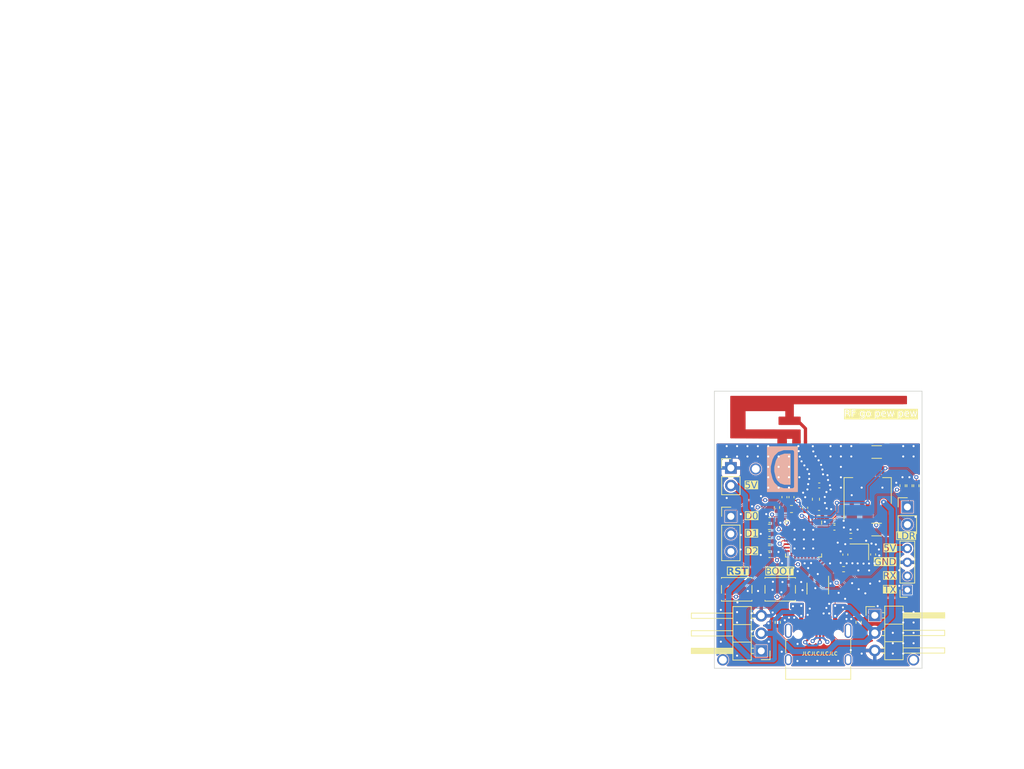
<source format=kicad_pcb>
(kicad_pcb (version 20221018) (generator pcbnew)
  (layers (0 "F.Cu" signal) (1 "In1.Cu" power) (2 "In2.Cu" signal) (31 "B.Cu" power) (34 "B.Paste" user) (35 "F.Paste" user) (36 "B.SilkS" user "B.Silkscreen") (37 "F.SilkS" user "F.Silkscreen") (38 "B.Mask" user) (39 "F.Mask" user) (44 "Edge.Cuts" user))
  (net 0 "")
  (net 1 "Net-(C212-Pad1)")
  (net 2 "/esp32/VDD3P3")
  (net 4 "Net-(U201-U0TXD{slash}GPIO21)")
  (net 5 "Net-(U201-GPIO2{slash}ADC1_CH2)")
  (net 6 "Net-(U201-GPIO8)")
  (net 7 "+3V3")
  (net 8 "/esp32/PHOTORESISTOR_IN")
  (net 9 "/esp32/RESET")
  (net 10 "/power-usb/CC")
  (net 11 "GND")
  (net 12 "/power-usb/CC2")
  (net 15 "/esp32/D-")
  (net 16 "/esp32/D+")
  (net 17 "+5V")
  (net 20 "/esp32/XTAL_P")
  (net 22 "/esp32/LNA_Z=50")
  (net 23 "/power-usb/NOFILTER_D+")
  (net 24 "/power-usb/NOFILTER_D-")
  (net 27 "+1V65")
  (net 28 "/esp32/XTAL_N")
  (net 30 "/esp32/LNA")
  (net 31 "/esp32/BOOT")
  (net 32 "/SERVO_A")
  (net 33 "/SERVO_B")
  (net 34 "/UART_TX")
  (net 35 "/UART_RX")
  (net 36 "/D0")
  (net 37 "/D1")
  (net 38 "/D2")
  (footprint "Resistor_SMD:R_0402_1005Metric" (layer "F.Cu") (at 124.06 89.68 90)
    (fp_text reference "R303" hide)
    (fp_text value "5k1")
  )
  (footprint "Connector_USB:USB_C_Receptacle_HRO_TYPE-C-31-M-12" (layer "F.Cu") (at 118.22 94.02)
    (fp_text reference "P301" hide)
    (fp_text value "USB_C_Plug_USB2.0")
  )
  (footprint "Resistor_SMD:R_0402_1005Metric" (layer "F.Cu") (at 130.42 69.93 -90)
    (fp_text reference "R203" hide)
    (fp_text value "5k1")
  )
  (footprint "Connector_PinHeader_2.54mm:PinHeader_1x02_P2.54mm_Vertical" (layer "F.Cu") (at 131.105 73)
    (fp_text reference "R101" hide)
    (fp_text value "50k")
  )
  (footprint "Capacitor_SMD:C_0402_1005Metric" (layer "F.Cu") (at 122.14 79.89 90)
    (fp_text reference "C213" hide)
    (fp_text value "12p")
  )
  (footprint "Capacitor_SMD:C_1206_3216Metric" (layer "F.Cu") (at 126.67 65.06 180)
    (fp_text reference "C302" hide)
    (fp_text value "22uF")
  )
  (footprint "Capacitor_SMD:C_0402_1005Metric" (layer "F.Cu") (at 116.3475 73.1125 90)
    (fp_text reference "C207" hide)
    (fp_text value "0.1u")
  )
  (footprint "Resistor_SMD:R_0402_1005Metric" (layer "F.Cu") (at 132.4 69.93 -90)
    (fp_text reference "R301" hide)
    (fp_text value "5k1")
  )
  (footprint "Resistor_SMD:R_0402_1005Metric" (layer "F.Cu") (at 112.38 89.68 90)
    (fp_text reference "R304" hide)
    (fp_text value "5k1")
  )
  (footprint "peepeedoodookaka:JLC PCBA Tooling Hole" (layer "F.Cu") (at 104.44 95.1)
    (fp_text reference "REF**" hide)
    (fp_text value "JLC PCBA Tooling Hole" hide)
  )
  (footprint "Inductor_SMD:L_0603_1608Metric" (layer "F.Cu") (at 114.36 73.2925)
    (fp_text reference "L202" hide)
    (fp_text value "2n2")
  )
  (footprint "peepeedoodookaka:JLC PCBA Tooling Hole" (layer "F.Cu") (at 109.19 67.5)
    (fp_text reference "REF**" hide)
    (fp_text value "JLC PCBA Tooling Hole" hide)
  )
  (footprint "Inductor_SMD:L_0603_1608Metric" (layer "F.Cu") (at 117.89 71.8825 -90)
    (fp_text reference "L201" hide)
    (fp_text value "2n2")
  )
  (footprint "peepeedoodookaka:Texas_SWRU120D_InvF_2.4GHz_Right" (layer "F.Cu") (at 116.3806 60.29)
    (fp_text reference "AE201" hide)
    (fp_text value "2.4GHz aerial" hide)
  )
  (footprint "Capacitor_SMD:C_0402_1005Metric" (layer "F.Cu") (at 111.18 76.8925 180)
    (fp_text reference "C210" hide)
    (fp_text value "0.1u")
  )
  (footprint "Resistor_SMD:R_0402_1005Metric" (layer "F.Cu") (at 112.26 73.08 90)
    (fp_text reference "R204" hide)
    (fp_text value "5k1")
  )
  (footprint "Connector_PinSocket_2.00mm:PinSocket_1x04_P2.00mm_Vertical" (layer "F.Cu") (at 131.1 85 180)
    (fp_text reference "J104" hide)
    (fp_text value "Conn_01x04_Socket")
  )
  (footprint "Connector_PinHeader_2.54mm:PinHeader_1x03_P2.54mm_Vertical" (layer "F.Cu") (at 105.6 74.36)
    (fp_text reference "J105" hide)
    (fp_text value "Conn_01x03_Socket")
  )
  (footprint "Resistor_SMD:R_0402_1005Metric" (layer "F.Cu") (at 111.16 78.98)
    (fp_text reference "R206" hide)
    (fp_text value "5k1")
  )
  (footprint "Package_DFN_QFN:QFN-32-1EP_5x5mm_P0.5mm_EP3.45x3.45mm" (layer "F.Cu") (at 116.11 77.63 -90)
    (fp_text reference "U201" hide)
    (fp_text value "ESP32-C3FN4")
  )
  (footprint "Resistor_SMD:R_0402_1005Metric" (layer "F.Cu") (at 121.89 81.99)
    (fp_text reference "R201" hide)
    (fp_text value "470R")
  )
  (footprint "Capacitor_SMD:C_0402_1005Metric" (layer "F.Cu") (at 111.18 79.95 180)
    (fp_text reference "C211" hide)
    (fp_text value "100n")
  )
  (footprint "Crystal:Crystal_SMD_2016-4Pin_2.0x1.6mm" (layer "F.Cu") (at 124.16 79.5 180)
    (fp_text reference "Y201" hide)
    (fp_text value "Crystal_GND24")
  )
  (footprint "Resistor_SMD:R_0402_1005Metric" (layer "F.Cu") (at 111.16 77.98 180)
    (fp_text reference "R205" hide)
    (fp_text value "5k1")
  )
  (footprint "Resistor_SMD:R_0402_1005Metric" (layer "F.Cu") (at 111.16 75.88)
    (fp_text reference "R202" hide)
    (fp_text value "5k1")
  )
  (footprint "Capacitor_SMD:C_0402_1005Metric" (layer "F.Cu") (at 126.16 79.87 -90)
    (fp_text reference "C212" hide)
    (fp_text value "12p")
  )
  (footprint "Capacitor_SMD:C_0402_1005Metric" (layer "F.Cu") (at 118.34 73.86)
    (fp_text reference "C202" hide)
    (fp_text value "3p3")
  )
  (footprint "Capacitor_SMD:C_1206_3216Metric" (layer "F.Cu") (at 126.66 76.27 180)
    (fp_text reference "C301" hide)
    (fp_text value "22uF")
  )
  (footprint "Package_TO_SOT_SMD:SOT-23-6" (layer "F.Cu") (at 118.16 84.8075 -90)
    (fp_text reference "U302" hide)
    (fp_text value "USBLC6-2SC6")
  )
  (footprint "Capacitor_SMD:C_0402_1005Metric" (layer "F.Cu") (at 111.18 74.88 180)
    (fp_text reference "C208" hide)
    (fp_text value "100n")
  )
  (footprint "Capacitor_SMD:C_0402_1005Metric" (layer "F.Cu") (at 114.36 81.7925 -90)
    (fp_text reference "C209" hide)
    (fp_text value "0.1u")
  )
  (footprint "Capacitor_SMD:C_0402_1005Metric" (layer "F.Cu") (at 118.37 69.89)
    (fp_text reference "C201" hide)
    (fp_text value "3p3")
  )
  (footprint "peepeedoodookaka:JLC PCBA Tooling Hole" (layer "F.Cu") (at 131.99 95.1)
    (fp_text reference "REF**" hide)
    (fp_text value "JLC PCBA Tooling Hole" hide)
  )
  (footprint "Resistor_SMD:R_0402_1005Metric" (layer "F.Cu") (at 131.41 69.93 90)
    (fp_text reference "R302" hide)
    (fp_text value "5k1")
  )
  (footprint "Button_Switch_SMD:SW_SPST_PTS810" (layer "F.Cu") (at 106.445 84.905)
    (fp_text reference "SW201" hide)
    (fp_text value "SW_Push")
  )
  (footprint "Capacitor_SMD:C_0402_1005Metric" (layer "F.Cu") (at 120.56 75.9925)
    (fp_text reference "C204" hide)
    (fp_text value "10n")
  )
  (footprint "Button_Switch_SMD:SW_SPST_PTS810" (layer "F.Cu") (at 112.73 84.905)
    (fp_text reference "SW202" hide)
    (fp_text value "SW_Push")
  )
  (footprint "Capacitor_SMD:C_0402_1005Metric" (layer "F.Cu") (at 113.34 71.579999 90)
    (fp_text reference "C205" hide)
    (fp_text value "10u")
  )
  (footprint "Capacitor_SMD:C_0402_1005Metric" (layer "F.Cu") (at 120.56 75.0225)
    (fp_text reference "C203" hide)
    (fp_text value "1u")
  )
  (footprint "Connector_PinHeader_2.54mm:PinHeader_1x03_P2.54mm_Horizontal" (layer "F.Cu") (at 126.395 88.675)
    (fp_text reference "J102" hide)
    (fp_text value "Conn_01x03_Pin")
  )
  (footprint "Connector_PinHeader_2.54mm:PinHeader_1x03_P2.54mm_Horizontal" (layer "F.Cu") (at 109.99 93.81 180)
    (fp_text reference "J101" hide)
    (fp_text value "Conn_01x03_Pin")
  )
  (footprint "Package_TO_SOT_SMD:SOT-223-3_TabPin2" (layer "F.Cu") (at 125.37 70.66 90)
    (fp_text reference "U301" hide)
    (fp_text value "LDL111733R")
  )
  (footprint "Connector_PinHeader_2.54mm:PinHeader_1x02_P2.54mm_Vertical" (layer "F.Cu") (at 105.6 67.36)
    (fp_text reference "J103" hide)
    (fp_text value "Conn_01x02_Socket")
  )
  (footprint "Capacitor_SMD:C_0402_1005Metric" (layer "F.Cu") (at 114.36 71.58 90)
    (fp_text reference "C206" hide)
    (fp_text value "0.1u")
  )
  (footprint "Resistor_SMD:R_0402_1005Metric" (layer "F.Cu") (at 122.93 77.19)
    (fp_text reference "R207" hide)
    (fp_text value "22R")
  )
  (gr_line (start 133.22 96.33) (end 133.22 56.26) (stroke (width 0.1)) (layer "Edge.Cuts"))
  (gr_line (start 118.22 96.33) (end 133.22 96.33) (stroke (width 0.1)) (layer "Edge.Cuts"))
  (gr_line (start 103.22 96.33) (end 103.22 56.26) (stroke (width 0.1)) (layer "Edge.Cuts"))
  (gr_line (start 118.22 96.33) (end 103.22 96.33) (stroke (width 0.1)) (layer "Edge.Cuts"))
  (gr_line (start 133.22 56.26) (end 103.22 56.26) (stroke (width 0.1)) (layer "Edge.Cuts"))
  (gr_text "D" (at 116 64.4 180) (layer "B.SilkS" knockout) (effects (font (size 5 5) (thickness 0.5)) (justify left bottom)))
  (gr_text "GND" (at 129.5 81) (layer "F.SilkS" knockout) (effects (font (size 1 1)) (justify right)))
  (gr_text "JLCJLCJLCJLC" (at 115.8 94.5) (layer "F.SilkS") (effects (font (size 0.5 0.5) (thickness 0.1)) (justify left bottom)))
  (gr_text "RX" (at 129.5 83) (layer "F.SilkS" knockout) (effects (font (size 1 1)) (justify right)))
  (gr_text "RST" (at 105.03 82.94) (layer "F.SilkS" knockout) (effects (font (size 1 1) (thickness 0.25) bold) (justify left bottom)))
  (gr_text "5V" (at 107.6 69.9) (layer "F.SilkS" knockout) (effects (font (size 1 1)) (justify left)))
  (gr_text "D0" (at 107.6 74.36) (layer "F.SilkS" knockout) (effects (font (size 1 1)) (justify left)))
  (gr_text "D1" (at 107.6 76.9) (layer "F.SilkS" knockout) (effects (font (size 1 1)) (justify left)))
  (gr_text "BOOT" (at 110.56 82.94) (layer "F.SilkS" knockout) (effects (font (size 1 1) (thickness 0.125)) (justify left bottom)))
  (gr_text "D2" (at 107.6 79.44) (layer "F.SilkS" knockout) (effects (font (size 1 1)) (justify left)))
  (gr_text "TX" (at 129.5 85) (layer "F.SilkS" knockout) (effects (font (size 1 1)) (justify right)))
  (gr_text "5V" (at 129.5 79) (layer "F.SilkS" knockout) (effects (font (size 1 1)) (justify right)))
  (gr_text "RF go pew pew" (at 121.94 60.11) (layer "F.SilkS" knockout) (effects (font (size 1 1) (thickness 0.125)) (justify left bottom)))
  (gr_text "LDR" (at 132.29 77.25) (layer "F.SilkS" knockout) (effects (font (size 1 1) (thickness 0.125)) (justify right)))
  (segment (start 123.44 77.19) (end 124.86 78.61) (width 0.2) (layer "F.Cu") (net 1))
  (segment (start 125.72 78.95) (end 126.16 79.39) (width 0.2) (layer "F.Cu") (net 1))
  (segment (start 124.86 78.95) (end 125.72 78.95) (width 0.2) (layer "F.Cu") (net 1))
  (segment (start 124.86 78.61) (end 124.86 78.95) (width 0.2) (layer "F.Cu") (net 1))
  (segment (start 116.0475 73.2925) (end 116.3475 73.5925) (width 0.2) (layer "F.Cu") (net 2))
  (segment (start 116.86 74.105) (end 116.86 75.1925) (width 0.2) (layer "F.Cu") (net 2))
  (segment (start 116.86 75.1925) (end 117.36 75.1925) (width 0.2) (layer "F.Cu") (net 2))
  (segment (start 115.1475 73.2925) (end 116.0475 73.2925) (width 0.2) (layer "F.Cu") (net 2))
  (segment (start 116.3475 73.5925) (end 116.86 74.105) (width 0.2) (layer "F.Cu") (net 2))
  (segment (start 118.5475 77.88) (end 119.85 77.88) (width 0.1) (layer "F.Cu") (net 4))
  (segment (start 120.9 81.51) (end 121.38 81.99) (width 0.1) (layer "F.Cu") (net 4))
  (segment (start 120.9 78.93) (end 120.9 81.51) (width 0.1) (layer "F.Cu") (net 4))
  (segment (start 119.85 77.88) (end 120.9 78.93) (width 0.1) (layer "F.Cu") (net 4))
  (segment (start 114.912182 74.11) (end 115.36 74.557818) (width 0.1) (layer "F.Cu") (net 5))
  (segment (start 112.26 73.59) (end 112.78 74.11) (width 0.1) (layer "F.Cu") (net 5))
  (segment (start 115.36 74.557818) (end 115.36 75.1925) (width 0.1) (layer "F.Cu") (net 5))
  (segment (start 112.78 74.11) (end 114.912182 74.11) (width 0.1) (layer "F.Cu") (net 5))
  (segment (start 112.09 78.4) (end 112.09 78.72) (width 0.1) (layer "F.Cu") (net 6))
  (segment (start 112.25724 78.87724) (end 112.1 78.72) (width 0.1) (layer "F.Cu") (net 6))
  (segment (start 111.67 77.98) (end 112.09 78.4) (width 0.1) (layer "F.Cu") (net 6))
  (segment (start 112.1 78.72) (end 112.09 78.72) (width 0.1) (layer "F.Cu") (net 6))
  (segment (start 112.93724 78.87724) (end 113.43448 78.38) (width 0.1) (layer "F.Cu") (net 6))
  (segment (start 112.93724 78.87724) (end 112.25724 78.87724) (width 0.1) (layer "F.Cu") (net 6))
  (segment (start 113.43448 78.38) (end 113.6725 78.38) (width 0.1) (layer "F.Cu") (net 6))
  (segment (start 113.34 72.059999) (end 112.770001 72.059999) (width 0.2) (layer "F.Cu") (net 7))
  (segment (start 132.4 68.7) (end 132.4 69.42) (width 0.1) (layer "F.Cu") (net 7))
  (segment (start 110.38 75.88) (end 110.081471 75.88) (width 0.2) (layer "F.Cu") (net 7))
  (segment (start 110.86 72.57) (end 112.26 72.57) (width 0.2) (layer "F.Cu") (net 7))
  (segment (start 118.5475 75.88) (end 119.9675 75.88) (width 0.2) (layer "F.Cu") (net 7))
  (segment (start 120.08 75.0225) (end 120.92 74.1825) (width 0.2) (layer "F.Cu") (net 7))
  (segment (start 109.73 73.7) (end 110.86 72.57) (width 0.2) (layer "F.Cu") (net 7))
  (segment (start 112.770001 72.059999) (end 112.26 72.57) (width 0.2) (layer "F.Cu") (net 7))
  (segment (start 125.37 73.81) (end 125.37 72.41) (width 0.6) (layer "F.Cu") (net 7))
  (segment (start 125.37 73.81) (end 125.37 74.38) (width 0.1) (layer "F.Cu") (net 7))
  (segment (start 110.65 75.88) (end 110.38 75.88) (width 0.2) (layer "F.Cu") (net 7))
  (segment (start 127.92 67.41) (end 125.47 67.41) (width 0.6) (layer "F.Cu") (net 7))
  (segment (start 125.37 67.51) (end 125.695 67.51) (width 0.2) (layer "F.Cu") (net 7))
  (segment (start 120.92 74.1825) (end 120.92 72.4) (width 0.2) (layer "F.Cu") (net 7))
  (segment (start 111.6725 76.88) (end 113.6725 76.88) (width 0.2) (layer "F.Cu") (net 7))
  (segment (start 110.65 77.98) (end 110.65 77.9025) (width 0.2) (layer "F.Cu") (net 7))
  (segment (start 114.36 81.3125) (end 115.2775 81.3125) (width 0.1) (layer "F.Cu") (net 7))
  (segment (start 109.32 77.138529) (end 109.981471 77.8) (width 0.2) (layer "F.Cu") (net 7))
  (segment (start 110.081471 75.88) (end 109.32 76.641471) (width 0.2) (layer "F.Cu") (net 7))
  (segment (start 114.36 81.3125) (end 114.36 80.0675) (width 0.1) (layer "F.Cu") (net 7))
  (segment (start 119.9675 75.88) (end 120.08 75.9925) (width 0.2) (layer "F.Cu") (net 7))
  (segment (start 111.66 76.8925) (end 111.6725 76.88) (width 0.2) (layer "F.Cu") (net 7))
  (segment (start 114.36 72.06) (end 115.26 72.06) (width 0.2) (layer "F.Cu") (net 7))
  (segment (start 120.08 75.9925) (end 120.08 75.0225) (width 0.2) (layer "F.Cu") (net 7))
  (segment (start 109.981471 77.8) (end 110.47 77.8) (width 0.2) (layer "F.Cu") (net 7))
  (segment (start 118.5475 75.88) (end 118.5475 76.38) (width 0.2) (layer "F.Cu") (net 7))
  (segment (start 125.37 74.38) (end 126.61 75.62) (width 0.1) (layer "F.Cu") (net 7))
  (segment (start 110.47 77.8) (end 110.65 77.98) (width 0.2) (layer "F.Cu") (net 7))
  (segment (start 109.32 76.641471) (end 109.32 77.138529) (width 0.2) (layer "F.Cu") (net 7))
  (segment (start 125.37 72.41) (end 125.36 72.4) (width 0.6) (layer "F.Cu") (net 7))
  (segment (start 110.38 75.88) (end 109.73 75.23) (width 0.2) (layer "F.Cu") (net 7))
  (segment (start 110.65 77.98) (end 110.65 78.98) (width 0.2) (layer "F.Cu") (net 7))
  (segment (start 125.47 67.41) (end 125.37 67.51) (width 0.6) (layer "F.Cu") (net 7))
  (segment (start 115.26 72.06) (end 115.33 72.13) (width 0.2) (layer "F.Cu") (net 7))
  (segment (start 114.36 72.06) (end 113.340001 72.06) (width 0.2) (layer "F.Cu") (net 7))
  (segment (start 113.34 73.06) (end 113.5725 73.2925) (width 0.2) (layer "F.Cu") (net 7))
  (segment (start 115.2775 81.3125) (end 115.3 81.29) (width 0.1) (layer "F.Cu") (net 7))
  (segment (start 113.34 72.059999) (end 113.34 73.06) (width 0.2) (layer "F.Cu") (net 7))
  (segment (start 110.65 77.9025) (end 111.66 76.8925) (width 0.2) (layer "F.Cu") (net 7))
  (segment (start 125.695 67.51) (end 128.145 65.06) (width 0.2) (layer "F.Cu") (net 7))
  (segment (start 109.73 75.23) (end 109.73 73.7) (width 0.2) (layer "F.Cu") (net 7))
  (segment (start 113.340001 72.06) (end 113.34 72.059999) (width 0.2) (layer "F.Cu") (net 7))
  (via (at 132.4 68.7) (size 0.6) (drill 0.3) (layers "F.Cu" "B.Cu") (net 7))
  (via (at 115.3 81.29) (size 0.6) (drill 0.3) (layers "F.Cu" "B.Cu") (net 7))
  (via (at 120.92 72.4) (size 0.6) (drill 0.3) (layers "F.Cu" "B.Cu") (net 7))
  (via (at 125.36 72.4) (size 0.6) (drill 0.3) (layers "F.Cu" "B.Cu") (net 7))
  (via (at 115.33 72.13) (size 0.6) (drill 0.3) (layers "F.Cu" "B.Cu") (net 7))
  (via (at 126.61 75.62) (size 0.6) (drill 0.3) (layers "F.Cu" "B.Cu") (net 7))
  (via (at 127.92 67.41) (size 0.6) (drill 0.3) (layers "F.Cu" "B.Cu") (net 7))
  (segment (start 127.69 77.38) (end 126.61 76.3) (width 0.1) (layer "B.Cu") (net 7))
  (segment (start 125.88 83.11) (end 127.69 81.3) (width 0.1) (layer "B.Cu") (net 7))
  (segment (start 127.69 81.3) (end 127.69 77.38) (width 0.1) (layer "B.Cu") (net 7))
  (segment (start 125.36 69.97) (end 127.92 67.41) (width 0.3) (layer "B.Cu") (net 7))
  (segment (start 117.285 74.435) (end 117.325 74.475) (width 0.6) (layer "B.Cu") (net 7))
  (segment (start 120.92 73.62) (end 120.92 72.4) (width 0.3) (layer "B.Cu") (net 7))
  (segment (start 115.6 72.4) (end 115.6 72.75) (width 0.3) (layer "B.Cu") (net 7))
  (segment (start 115.3 81.29) (end 118.77 84.76) (width 0.1) (layer "B.Cu") (net 7))
  (segment (start 117.325 74.475) (end 120.065 74.475) (width 0.3) (layer "B.Cu") (net 7))
  (segment (start 120.065 74.475) (end 120.92 73.62) (width 0.3) (layer "B.Cu") (net 7))
  (segment (start 127.92 67.41) (end 131.11 67.41) (width 0.1) (layer "B.Cu") (net 7))
  (segment (start 121.19 84.76) (end 122.84 83.11) (width 0.1) (layer "B.Cu") (net 7))
  (segment (start 125.36 72.4) (end 120.92 72.4) (width 0.3) (layer "B.Cu") (net 7))
  (segment (start 115.6 72.75) (end 117.285 74.435) (width 0.3) (layer "B.Cu") (net 7))
  (segment (start 115.33 72.13) (end 115.6 72.4) (width 0.3) (layer "B.Cu") (net 7))
  (segment (start 122.84 83.11) (end 125.88 83.11) (width 0.1) (layer "B.Cu") (net 7))
  (segment (start 125.36 72.4) (end 125.36 69.97) (width 0.3) (layer "B.Cu") (net 7))
  (segment (start 126.61 76.3) (end 126.61 75.62) (width 0.1) (layer "B.Cu") (net 7))
  (segment (start 131.11 67.41) (end 132.4 68.7) (width 0.1) (layer "B.Cu") (net 7))
  (segment (start 118.77 84.76) (end 121.19 84.76) (width 0.1) (layer "B.Cu") (net 7))
  (segment (start 116.36 74.78) (end 116.36 75.1925) (width 0.1) (layer "F.Cu") (net 8))
  (segment (start 116.36 75.1925) (end 116.36 74.95) (width 0.1) (layer "F.Cu") (net 8))
  (segment (start 129.6 70.5) (end 130.36 70.5) (width 0.1) (layer "F.Cu") (net 8))
  (segment (start 115.86 74.45) (end 115.86 74.32) (width 0.1) (layer "F.Cu") (net 8))
  (segment (start 130.36 70.5) (end 130.42 70.44) (width 0.1) (layer "F.Cu") (net 8))
  (segment (start 115.85 74.27) (end 116.36 74.78) (width 0.1) (layer "F.Cu") (net 8))
  (via (at 129.6 70.5) (size 0.6) (drill 0.3) (layers "F.Cu" "B.Cu") (net 8))
  (via (at 115.85 74.27) (size 0.6) (drill 0.3) (layers "F.Cu" "B.Cu") (net 8))
  (segment (start 129.84 74.275) (end 131.105 75.54) (width 0.1) (layer "B.Cu") (net 8))
  (segment (start 117.803604 75.82) (end 119.616396 75.82) (width 0.1) (layer "B.Cu") (net 8))
  (segment (start 126.54 73.94) (end 126.54 71.39) (width 0.1) (layer "B.Cu") (net 8))
  (segment (start 126.03 74.45) (end 126.54 73.94) (width 0.1) (layer "B.Cu") (net 8))
  (segment (start 116.253604 74.27) (end 117.803604 75.82) (width 0.1) (layer "B.Cu") (net 8))
  (segment (start 129.19 71.23) (end 129.19 70.91) (width 0.1) (layer "B.Cu") (net 8))
  (segment (start 115.85 74.27) (end 116.253604 74.27) (width 0.1) (layer "B.Cu") (net 8))
  (segment (start 119.616396 75.82) (end 120.986396 74.45) (width 0.1) (layer "B.Cu") (net 8))
  (segment (start 129.19 70.91) (end 129.6 70.5) (width 0.1) (layer "B.Cu") (net 8))
  (segment (start 120.986396 74.45) (end 126.03 74.45) (width 0.1) (layer "B.Cu") (net 8))
  (segment (start 129.19 71.23) (end 129.84 71.88) (width 0.1) (layer "B.Cu") (net 8))
  (segment (start 126.7 71.23) (end 129.19 71.23) (width 0.1) (layer "B.Cu") (net 8))
  (segment (start 126.54 71.39) (end 126.7 71.23) (width 0.1) (layer "B.Cu") (net 8))
  (segment (start 129.84 71.88) (end 129.84 74.275) (width 0.1) (layer "B.Cu") (net 8))
  (segment (start 104.37 85.98) (end 108.52 85.98) (width 0.1) (layer "F.Cu") (net 9))
  (segment (start 111.89 74.42) (end 111.56 74.09) (width 0.1) (layer "F.Cu") (net 9))
  (segment (start 111.56 74.78) (end 111.66 74.88) (width 0.1) (layer "F.Cu") (net 9))
  (segment (start 111.56 74.09) (end 111.56 74.78) (width 0.1) (layer "F.Cu") (net 9))
  (segment (start 114.86 75.1925) (end 114.86 74.61) (width 0.1) (layer "F.Cu") (net 9))
  (segment (start 111.67 74.89) (end 111.67 75.88) (width 0.1) (layer "F.Cu") (net 9))
  (segment (start 114.86 74.61) (end 114.67 74.42) (width 0.1) (layer "F.Cu") (net 9))
  (segment (start 111.66 74.88) (end 111.67 74.89) (width 0.1) (layer "F.Cu") (net 9))
  (segment (start 114.67 74.42) (end 111.89 74.42) (width 0.1) (layer "F.Cu") (net 9))
  (via (at 106.33 85.98) (size 0.6) (drill 0.3) (layers "F.Cu" "B.Cu") (net 9))
  (via (at 111.56 74.09) (size 0.6) (drill 0.3) (layers "F.Cu" "B.Cu") (net 9))
  (segment (start 111.56 80.75) (end 111.56 74.09) (width 0.1) (layer "B.Cu") (net 9))
  (segment (start 106.33 85.98) (end 111.56 80.75) (width 0.1) (layer "B.Cu") (net 9))
  (segment (start 116.97 90.87) (end 116.97 89.975) (width 0.1) (layer "F.Cu") (net 10))
  (segment (start 112.38 90.19) (end 112.38 90.98066) (width 0.1) (layer "F.Cu") (net 10))
  (segment (start 112.38 90.98066) (end 113.58934 92.19) (width 0.1) (layer "F.Cu") (net 10))
  (segment (start 113.58934 92.19) (end 115.65 92.19) (width 0.1) (layer "F.Cu") (net 10))
  (segment (start 115.65 92.19) (end 116.97 90.87) (width 0.1) (layer "F.Cu") (net 10))
  (segment (start 124.86 80.05) (end 124.86 81.1) (width 0.6) (layer "F.Cu") (net 11))
  (segment (start 124.86 81.1) (end 124.77 81.19) (width 0.6) (layer "F.Cu") (net 11))
  (segment (start 122.14 79.41) (end 121.4595 79.41) (width 0.1) (layer "F.Cu") (net 11))
  (segment (start 110.7 76.8925) (end 109.9225 76.8925) (width 0.2) (layer "F.Cu") (net 11))
  (segment (start 121.47 89.975) (end 122.245 89.2) (width 0.6) (layer "F.Cu") (net 11))
  (segment (start 116.3475 72.6325) (end 116.3475 71.5975) (width 0.6) (layer "F.Cu") (net 11))
  (segment (start 115.74 83.83) (end 115.76 83.85) (width 0.1) (layer "F.Cu") (net 11))
  (segment (start 116.3475 71.5975) (end 116.34 71.59) (width 0.6) (layer "F.Cu") (net 11))
  (segment (start 121.04 75.9925) (end 121.04 75.0225) (width 0.6) (layer "F.Cu") (net 11))
  (segment (start 118.85 69.89) (end 119.64 69.1) (width 0.3493) (layer "F.Cu") (net 11))
  (segment (start 118.16 83.67) (end 118.16 84.39) (width 0.1) (layer "F.Cu") (net 11))
  (segment (start 121.04 75.9925) (end 121.9075 75.9925) (width 0.6) (layer "F.Cu") (net 11))
  (segment (start 122.245 89.2) (end 122.3 89.2) (width 0.6) (layer "F.Cu") (net 11))
  (segment (start 109.93 79.95) (end 109.92 79.94) (width 0.2) (layer "F.Cu") (net 11))
  (segment (start 114.01 89.01) (end 114 89) (width 0.6) (layer "F.Cu") (net 11))
  (segment (start 109.9225 76.8925) (end 109.92 76.89) (width 0.2) (layer "F.Cu") (net 11))
  (segment (start 118.82 73.82) (end 119.44 73.2) (width 0.3493) (layer "F.Cu") (net 11))
  (segment (start 115.2325 82.2725) (end 115.26 82.3) (width 0.1) (layer "F.Cu") (net 11))
  (segment (start 114.75 89.75) (end 114.75 89.01) (width 0.6) (layer "F.Cu") (net 11))
  (segment (start 123.07 73.81) (end 123.07 71.31) (width 0.6) (layer "F.Cu") (net 11))
  (segment (start 110.7 74.04) (end 110.71 74.03) (width 0.2) (layer "F.Cu") (net 11))
  (segment (start 110.7 79.95) (end 109.93 79.95) (width 0.2) (layer "F.Cu") (net 11))
  (segment (start 114.805 83.83) (end 115.74 83.83) (width 0.1) (layer "F.Cu") (net 11))
  (segment (start 114.97 89.975) (end 114.97 89.97) (width 0.6) (layer "F.Cu") (net 11))
  (segment (start 118.16 83.67) (end 118.16 82.7) (width 0.6) (layer "F.Cu") (net 11))
  (segment (start 121.8775 75.0225) (end 121.9 75) (width 0.6) (layer "F.Cu") (net 11))
  (segment (start 114.97 89.97) (end 114.75 89.75) (width 0.6) (layer "F.Cu") (net 11))
  (segment (start 121.4595 79.41) (end 121.4495 79.42) (width 0.1) (layer "F.Cu") (net 11))
  (segment (start 118.82 73.86) (end 118.82 73.82) (width 0.2) (layer "F.Cu") (net 11))
  (segment (start 114.75 89.01) (end 114.01 89.01) (width 0.6) (layer "F.Cu") (net 11))
  (segment (start 121.9075 75.9925) (end 121.93 75.97) (width 0.6) (layer "F.Cu") (net 11))
  (segment (start 121.04 75.0225) (end 121.8775 75.0225) (width 0.6) (layer "F.Cu") (net 11))
  (segment (start 123.07 71.31) (end 123.06 71.3) (width 0.6) (layer "F.Cu") (net 11))
  (segment (start 118.16 84.39) (end 117.81 84.74) (width 0.1) (layer "F.Cu") (net 11))
  (segment (start 122.89 78.38) (end 123.46 78.95) (width 0.6) (layer "F.Cu") (net 11))
  (segment (start 122.13 78.38) (end 122.89 78.38) (width 0.6) (layer "F.Cu") (net 11))
  (segment (start 110.7 74.88) (end 110.7 74.04) (width 0.2) (layer "F.Cu") (net 11))
  (segment (start 114.36 82.2725) (end 115.2325 82.2725) (width 0.1) (layer "F.Cu") (net 11))
  (via (at 126.81 87.33) (size 0.6) (drill 0.3) (layers "F.Cu" "B.Cu") (net 11))
  (via (at 123 64.203138) (size 0.6) (drill 0.3) (layers "F.Cu" "B.Cu") (net 11))
  (via (at 130.4 68.7) (size 0.6) (drill 0.3) (layers "F.Cu" "B.Cu") (net 11))
  (via (at 119.18 75.15) (size 0.6) (drill 0.3) (layers "F.Cu" "B.Cu") (net 11))
  (via (at 132 91.203138) (size 0.6) (drill 0.3) (layers "F.Cu" "B.Cu") (net 11))
  (via (at 121.5 64.203138) (size 0.6) (drill 0.3) (layers "F.Cu" "B.Cu") (net 11))
  (via (at 123.91 76.27) (size 0.6) (drill 0.3) (layers "F.Cu" "B.Cu") (net 11))
  (via (at 126.35 81.16) (size 0.6) (drill 0.3) (layers "F.Cu" "B.Cu") (net 11))
  (via (at 115.55 65.72) (size 0.6) (drill 0.3) (layers "F.Cu" "B.Cu") (net 11))
  (via (at 127.09 83.74) (size 0.6) (drill 0.3) (layers "F.Cu" "B.Cu") (net 11))
  (via (at 115.81 66.4) (size 0.6) (drill 0.3) (layers "F.Cu" "B.Cu") (net 11))
  (via (at 124.77 81.19) (size 0.6) (drill 0.3) (layers "F.Cu" "B.Cu") (net 11))
  (via (at 115.26 82.3) (size 0.6) (drill 0.3) (layers "F.Cu" "B.Cu") (net 11))
  (via (at 109.92 79.94) (size 0.6) (drill 0.3) (layers "F.Cu" "B.Cu") (net 11))
  (via (at 121.04 78.16) (size 0.6) (drill 0.3) (layers "F.Cu" "B.Cu") (net 11))
  (via (at 117.51 64.97) (size 0.6) (drill 0.3) (layers "F.Cu" "B.Cu") (net 11))
  (via (at 112.48 79.51) (size 0.6) (drill 0.3) (layers "F.Cu" "B.Cu") (net 11))
  (via (at 106.5 65.703138) (size 0.6) (drill 0.3) (layers "F.Cu" "B.Cu") (net 11))
  (via (at 116.15 76.3) (size 0.6) (drill 0.3) (layers "F.Cu" "B.Cu") (net 11))
  (via (at 119.17 71.56) (size 0.6) (drill 0.3) (layers "F.Cu" "B.Cu") (net 11))
  (via (at 105 71.703138) (size 0.6) (drill 0.3) (layers "F.Cu" "B.Cu") (net 11))
  (via (at 115.35 64.2) (size 0.6) (drill 0.3) (layers "F.Cu" "B.Cu") (net 11))
  (via (at 119.44 73.2) (size 0.6) (drill 0.3) (layers "F.Cu" "B.Cu") (net 11))
  (via (at 115.22 95.27) (size 0.6) (drill 0.3) (layers "F.Cu" "B.Cu") (net 11))
  (via (at 122.11 86.28) (size 0.6) (drill 0.3) (layers "F.Cu" "B.Cu") (net 11))
  (via (at 117.5 79) (size 0.6) (drill 0.3) (layers "F.Cu" "B.Cu") (net 11))
  (via (at 121.47 81.09) (size 0.6) (drill 0.3) (layers "F.Cu" "B.Cu") (net 11))
  (via (at 111 70.203138) (size 0.6) (drill 0.3) (layers "F.Cu" "B.Cu") (net 11))
  (via (at 130.5 65.703138) (size 0.6) (drill 0.3) (layers "F.Cu" "B.Cu") (net 11))
  (via (at 132 89.703138) (size 0.6) (drill 0.3) (layers "F.Cu" "B.Cu") (net 11))
  (via (at 115.95 85.03) (size 0.6) (drill 0.3) (layers "F.Cu" "B.Cu") (net 11))
  (via (at 112.9 85.33) (size 0.6) (drill 0.3) (layers "F.Cu" "B.Cu") (net 11))
  (via (at 119.8 88.4) (size 0.6) (drill 0.3) (layers "F.Cu" "B.Cu") (net 11))
  (via (at 111.64 88.25) (size 0.6) (drill 0.3) (layers "F.Cu" "B.Cu") (net 11))
  (via (at 127.5 70.203138) (size 0.6) (drill 0.3) (layers "F.Cu" "B.Cu") (net 11))
  (via (at 121.17 85.42) (size 0.6) (drill 0.3) (layers "F.Cu" "B.Cu") (net 11))
  (via (at 114 65.703138) (size 0.6) (drill 0.3) (layers "F.Cu" "B.Cu") (net 11))
  (via (at 114 67.203138) (size 0.6) (drill 0.3) (layers "F.Cu" "B.Cu") (net 11))
  (via (at 111 65.703138) (size 0.6) (drill 0.3) (layers "F.Cu" "B.Cu") (net 11))
  (via (at 109.5 64.203138) (size 0.6) (drill 0.3) (layers "F.Cu" "B.Cu") (net 11))
  (via (at 121.9 75) (size 0.6) (drill 0.3) (layers "F.Cu" "B.Cu") (net 11))
  (via (at 112.75 75.29) (size 0.6) (drill 0.3) (layers "F.Cu" "B.Cu") (net 11))
  (via (at 115.24 92.8) (size 0.6) (drill 0.3) (layers "F.Cu" "B.Cu") (net 11))
  (via (at 116.34 71.59) (size 0.6) (drill 0.3) (layers "F.Cu" "B.Cu") (net 11))
  (via (at 109.5 65.703138) (size 0.6) (drill 0.3) (layers "F.Cu" "B.Cu") (net 11))
  (via (at 121.5 65.703138) (size 0.6) (drill 0.3) (layers "F.Cu" "B.Cu") (net 11))
  (via (at 109.53 85.15) (size 0.6) (drill 0.3) (layers "F.Cu" "B.Cu") (net 11))
  (via (at 116.77 81.84) (size 0.6) (drill 0.3) (layers "F.Cu" "B.Cu") (net 11))
  (via (at 116.92 68.94) (size 0.6) (drill 0.3) (layers "F.Cu" "B.Cu") (net 11))
  (via (at 118.16 82.7) (size 0.6) (drill 0.3) (layers "F.Cu" "B.Cu") (net 11))
  (via (at 119.99 70.49) (size 0.6) (drill 0.3) (layers "F.Cu" "B.Cu") (net 11))
  (via (at 111.62 84.99) (size 0.6) (drill 0.3) (layers "F.Cu" "B.Cu") (net 11))
  (via (at 130.5 89.703138) (size 0.6) (drill 0.3) (layers "F.Cu" "B.Cu") (net 11))
  (via (at 117.81 84.74) (size 0.6) (drill 0.3) (layers "F.Cu" "B.Cu") (net 11))
  (via (at 119.91 69.87) (size 0.6) (drill 0.3) (layers "F.Cu" "B.Cu") (net 11))
  (via (at 111.04 89.83) (size 0.6) (drill 0.3) (layers "F.Cu" "B.Cu") (net 11))
  (via (at 132 88.203138) (size 0.6) (drill 0.3) (layers "F.Cu" "B.Cu") (net 11))
  (via (at 116.53 95.28) (size 0.6) (drill 0.3) (layers "F.Cu" "B.Cu") (net 11))
  (via (at 117.5 77.69) (size 0.6) (drill 0.3) (layers "F.Cu" "B.Cu") (net 11))
  (via (at 112.95 93.93) (size 0.6) (drill 0.3) (layers "F.Cu" "B.Cu") (net 11))
  (via (at 130.5 91.203138) (size 0.6) (drill 0.3) (layers "F.Cu" "B.Cu") (net 11))
  (via (at 116.26 81.15) (size 0.6) (drill 0.3) (layers "F.Cu" "B.Cu") (net 11))
  (via (at 110.71 74.03) (size 0.6) (drill 0.3) (layers "F.Cu" "B.Cu") (net 11))
  (via (at 113 81.13) (size 0.6) (drill 0.3) (layers "F.Cu" "B.Cu") (net 11))
  (via (at 112.5 65.703138) (size 0.6) (drill 0.3) (layers "F.Cu" "B.Cu") (net 11))
  (via (at 117.19 81.11) (size 0.6) (drill 0.3) (layers "F.Cu" "B.Cu") (net 11))
  (via (at 126.55 78.42) (size 0.6) (drill 0.3) (layers "F.Cu" "B.Cu") (net 11))
  (via (at 108.04 85.15) (size 0.6) (drill 0.3) (layers "F.Cu" "B.Cu") (net 11))
  (via (at 121.5 70.203138) (size 0.6) (drill 0.3) (layers "F.Cu" "B.Cu") (net 11))
  (via (at 106.55 86.8) (size 0.6) (drill 0.3) (layers "F.Cu" "B.Cu") (net 11))
  (via (at 120.1 73.32) (size 0.6) (drill 0.3) (layers "F.Cu" "B.Cu") (net 11))
  (via (at 125.03 85.49) (size 0.6) (drill 0.3) (layers "F.Cu" "B.Cu") (net 11))
  (via (at 117.84 65.67) (size 0.6) (drill 0.3) (layers "F.Cu" "B.Cu") (net 11))
  (via (at 127.05 80.02) (size 0.6) (drill 0.3) (layers "F.Cu" "B.Cu") (net 11))
  (via (at 121.93 75.97) (size 0.6) (drill 0.3) (layers "F.Cu" "B.Cu") (net 11))
  (via (at 107.04 77.05) (size 0.6) (drill 0.3) (layers "F.Cu" "B.Cu") (net 11))
  (via (at 130.5 64.203138) (size 0.6) (drill 0.3) (layers "F.Cu" "B.Cu") (net 11))
  (via (at 129.5 69.5) (size 0.6) (drill 0.3) (layers "F.Cu" "B.Cu") (net 11))
  (via (at 109.92 76.89) (size 0.6) (drill 0.3) (layers "F.Cu" "B.Cu") (net 11))
  (via (at 125.15 77.88) (size 0.6) (drill 0.3) (layers "F.Cu" "B.Cu") (net 11))
  (via (at 121.4495 79.42) (size 0.6) (drill 0.3) (layers "F.Cu" "B.Cu") (net 11))
  (via (at 129 91.203138) (size 0.6) (drill 0.3) (layers "F.Cu" "B.Cu") (net 11))
  (via (at 116.66 70.47) (size 0.6) (drill 0.3) (layers "F.Cu" "B.Cu") (net 11))
  (via (at 119.2 72.43) (size 0.6) (drill 0.3) (layers "F.Cu" "B.Cu") (net 11))
  (via (at 111 68.703138) (size 0.6) (drill 0.3) (layers "F.Cu" "B.Cu") (net 11))
  (via (at 111.08 92.48) (size 0.6) (drill 0.3) (layers "F.Cu" "B.Cu") (net 11))
  (via (at 124.07 84.89) (size 0.6) (drill 0.3) (layers "F.Cu" "B.Cu") (net 11))
  (via (at 108.56 89.35) (size 0.6) (drill 0.3) (layers "F.Cu" "B.Cu") (net 11))
  (via (at 119.64 69.1) (size 0.6) (drill 0.3) (layers "F.Cu" "B.Cu") (net 11))
  (via (at 104.15 92.48) (size 0.6) (drill 0.3) (layers "F.Cu" "B.Cu") (net 11))
  (via (at 123 65.703138) (size 0.6) (drill 0.3) (layers "F.Cu" "B.Cu") (net 11))
  (via (at 118.92 68.28) (size 0.6) (drill 0.3) (layers "F.Cu" "B.Cu") (net 11))
  (via (at 125.58 82.18) (size 0.6) (drill 0.3) (layers "F.Cu" "B.Cu") (net 11))
  (via (at 108.6 88.38) (size 0.6) (drill 0.3) (layers "F.Cu" "B.Cu") (net 11))
  (via (at 124.02 82.18) (size 0.6) (drill 0.3) (layers "F.Cu" "B.Cu") (net 11))
  (via (at 130.5 88.203138) (size 0.6) (drill 0.3) (layers "F.Cu" "B.Cu") (net 11))
  (via (at 112.5 67.203138) (size 0.6) (drill 0.3) (layers "F.Cu" "B.Cu") (net 11))
  (via (at 107.04 74.04) (size 0.6) (drill 0.3) (layers "F.Cu" "B.Cu") (net 11))
  (via (at 116.67 67.55) (size 0.6) (drill 0.3) (layers "F.Cu" "B.Cu") (net 11))
  (via (at 116.77 69.7) (size 0.6) (drill 0.3) (layers "F.Cu" "B.Cu") (net 11))
  (via (at 119.8 87) (size 0.6) (drill 0.3) (layers "F.Cu" "B.Cu") (net 11))
  (via (at 116.15 79) (size 0.6) (drill 0.3) (layers "F.Cu" "B.Cu") (net 11))
  (via (at 132 65.703138) (size 0.6) (drill 0.3) (layers "F.Cu" "B.Cu") (net 11))
  (via (at 113.39 89.38) (size 0.6) (drill 0.3) (layers "F.Cu" "B.Cu") (net 11))
  (via (at 122.34 88.42) (size 0.6) (drill 0.3) (layers "F.Cu" "B.Cu") (net 11))
  (via (at 120 84.06) (size 0.6) (drill 0.3) (layers "F.Cu" "B.Cu") (net 11))
  (via (at 108.62 91.01) (size 0.6) (drill 0.3) (layers "F.Cu" "B.Cu") (net 11))
  (via (at 122.13 78.38) (size 0.6) (drill 0.3) (layers "F.Cu" "B.Cu") (net 11))
  (via (at 122.89 76.28) (size 0.6) (drill 0.3) (layers "F.Cu" "B.Cu") (net 11))
  (via (at 116.91 68.23) (size 0.6) (drill 0.3) (layers "F.Cu" "B.Cu") (net 11))
  (via (at 114 68.703138) (size 0.6) (drill 0.3) (layers "F.Cu" "B.Cu") (net 11))
  (via (at 111 64.203138) (size 0.6) (drill 0.3) (layers "F.Cu" "B.Cu") (net 11))
  (via (at 121.5 68.703138) (size 0.6) (drill 0.3) (layers "F.Cu" "B.Cu") (net 11))
  (via (at 130.5 94.203138) (size 0.6) (drill 0.3) (layers "F.Cu" "B.Cu") (net 11))
  (via (at 119.76 95.3) (size 0.6) (drill 0.3) (layers "F.Cu" "B.Cu") (net 11))
  (via (at 116.7 88.6) (size 0.6) (drill 0.3) (layers "F.Cu" "B.Cu") (net 11))
  (via (at 116.22 66.99) (size 0.6) (drill 0.3) (layers "F.Cu" "B.Cu") (net 11))
  (via (at 123.92 81.16) (size 0.6) (drill 0.3) (layers "F.Cu" "B.Cu") (net 11))
  (via (at 105 64.203138) (size 0.6) (drill 0.3) (layers "F.Cu" "B.Cu") (net 11))
  (via (at 105 65.703138) (size 0.6) (drill 0.3) (layers "F.Cu" "B.Cu") (net 11))
  (via (at 123.16 81.14) (size 0.6) (drill 0.3) (layers "F.Cu" "B.Cu") (net 11))
  (via (at 108.66 72.9) (size 0.6) (drill 0.3) (layers "F.Cu" "B.Cu") (net 11))
  (via (at 119.56 68.41) (size 0.6) (drill 0.3) (layers "F.Cu" "B.Cu") (net 11))
  (via (at 121.11 95.26) (size 0.6) (drill 0.3) (layers "F.Cu" "B.Cu") (net 11))
  (via (at 131.4 68.7) (size 0.6) (drill 0.3) (layers "F.Cu" "B.Cu") (net 11))
  (via (at 114.75 89.01) (size 0.6) (drill 0.3) (layers "F.Cu" "B.Cu") (net 11))
  (via (at 118.09 95.26) (size 0.6) (drill 0.3) (layers "F.Cu" "B.Cu") (net 11))
  (via (at 123.12 84.02) (size 0.6) (drill 0.3) (layers "F.Cu" "B.Cu") (net 11))
  (via (at 124.5 94.203138) (size 0.6) (drill 0.3) (layers "F.Cu" "B.Cu") (net 11))
  (via (at 108 64.203138) (size 0.6) (drill 0.3) (layers "F.Cu" "B.Cu") (net 11))
  (via (at 114.8 77.69) (size 0.6) (drill 0.3) (layers "F.Cu" "B.Cu") (net 11))
  (via (at 111 67.203138) (size 0.6) (drill 0.3) (layers "F.Cu" "B.Cu") (net 11))
  (via (at 120 64.203138) (size 0.6) (drill 0.3) (layers "F.Cu" "B.Cu") (net 11))
  (via (at 114 70.203138) (size 0.6) (drill 0.3) (layers "F.Cu" "B.Cu") (net 11))
  (via (at 117.44 64.22) (size 0.6) (drill 0.3) (layers "F.Cu" "B.Cu") (net 11))
  (via (at 125.56 81.18) (size 0.6) (drill 0.3) (layers "F.Cu" "B.Cu") (net 11))
  (via (at 116.04 70.94) (size 0.6) (drill 0.3) (layers "F.Cu" "B.Cu") (net 11))
  (via (at 132 64.203138) (size 0.6) (drill 0.3) (layers "F.Cu" "B.Cu") (net 11))
  (via (at 122.93 93.7) (size 0.6) (drill 0.3) (layers "F.Cu" "B.Cu") (net 11))
  (via (at 115.5 68.703138) (size 0.6) (drill 0.3) (layers "F.Cu" "B.Cu") (net 11))
  (via (at 114 89) (size 0.6) (drill 0.3) (layers "F.Cu" "B.Cu") (net 11))
  (via (at 130.5 92.703138) (size 0.6) (drill 0.3) (layers "F.Cu" "B.Cu") (net 11))
  (via (at 132 92.703138) (size 0.6) (drill 0.3) (layers "F.Cu" "B.Cu") (net 11))
  (via (at 124.5 70.203138) (size 0.6) (drill 0.3) (layers "F.Cu" "B.Cu") (net 11))
  (via (at 109.95 71.44) (size 0.6) (drill 0.3) (layers "F.Cu" "B.Cu") (net 11))
  (via (at 108 65.703138) (size 0.6) (drill 0.3) (layers "F.Cu" "B.Cu") (net 11))
  (via (at 126.99 79.15) (size 0.6) (drill 0.3) (layers "F.Cu" "B.Cu") (net 11))
  (via (at 117.5 76.3) (size 0.6) (drill 0.3) (layers "F.Cu" "B.Cu") (net 11))
  (via (at 118.64 66.91) (size 0.6) (drill 0.3) (layers "F.Cu" "B.Cu") (net 11))
  (via (at 125.73 84.08) (size 0.6) (drill 0.3) (layers "F.Cu" "B.Cu") (net 11))
  (via (at 104.15 87.88) (size 0.6) (drill 0.3) (layers "F.Cu" "B.Cu") (net 11))
  (via (at 118.28 66.26) (size 0.6) (drill 0.3) (layers "F.Cu" "B.Cu") (net 11))
  (via (at 129.93 82.15) (size 0.6) (drill 0.3) (layers "F.Cu" "B.Cu") (net 11))
  (via (at 119 88.4) (size 0.6) (drill 0.3) (layers "F.Cu" "B.Cu") (net 11))
  (via (at 122.99 89.2) (size 0.6) (drill 0.3) (layers "F.Cu" "B.Cu") (net 11))
  (via (at 116.15 77.69) (size 0.6) (drill 0.3) (layers "F.Cu" "B.Cu") (net 11))
  (via (at 119.4 87.6) (size 0.6) (drill 0.3) (layers "F.Cu" "B.Cu") (net 11))
  (via (at 106.5 64.203138) (size 0.6) (drill 0.3) (layers "F.Cu" "B.Cu") (net 11))
  (via (at 115.76 83.85) (size 0.6) (drill 0.3) (layers "F.Cu" "B.Cu") (net 11))
  (via (at 122.3 89.2) (size 0.6) (drill 0.3) (layers "F.Cu" "B.Cu") (net 11))
  (via (at 112.5 70.203138) (size 0.6) (drill 0.3) (layers "F.Cu" "B.Cu") (net 11))
  (via (at 120 65.703138) (size 0.6) (drill 0.3) (layers "F.Cu" "B.Cu") (net 11))
  (via (at 121.5 67.203138) (size 0.6) (drill 0.3) (layers "F.Cu" "B.Cu") (net 11))
  (via (at 106.5 89.703138) (size 0.6) (drill 0.3) (layers "F.Cu" "B.Cu") (net 11))
  (via (at 104.15 90.04) (size 0.6) (drill 0.3) (layers "F.Cu" "B.Cu") (net 11))
  (via (at 114.8 76.3) (size 0.6) (drill 0.3) (layers "F.Cu" "B.Cu") (net 11))
  (via (at 112.5 68.703138) (size 0.6) (drill 0.3) (layers "F.Cu" "B.Cu") (net 11))
  (via (at 122.33 81.16) (size 0.6) (drill 0.3) (layers "F.Cu" "B.Cu") (net 11))
  (via (at 132.28 74.44) (size 0.6) (drill 0.3) (layers "F.Cu" "B.Cu") (net 11))
  (via (at 129 94.203138) (size 0.6) (drill 0.3) (layers "F.Cu" "B.Cu") (net 11))
  (via (at 115.4 64.93) (size 0.6) (drill 0.3) (layers "F.Cu" "B.Cu") (net 11))
  (via (at 123.06 71.3) (size 0.6) (drill 0.3) (layers "F.Cu" "B.Cu") (net 11))
  (via (at 119.93 81.16) (size 0.6) (drill 0.3) (layers "F.Cu" "B.Cu") (net 11))
  (via (at 106.5 94.5) (size 0.6) (drill 0.3) (layers "F.Cu" "B.Cu") (net 11))
  (via (at 118.83 67.58) (size 0.6) (drill 0.3) (layers "F.Cu" "B.Cu") (net 11))
  (via (at 125.92 78.29) (size 0.6) (drill 0.3) (layers "F.Cu" "B.Cu") (net 11))
  (via (at 114.8 79) (size 0.6) (drill 0.3) (layers "F.Cu" "B.Cu") (net 11))
  (via (at 129 92.703138) (size 0.6) (drill 0.3) (layers "F.Cu" "B.Cu") (net 11))
  (via (at 117 87.7) (size 0.6) (drill 0.3) (layers "F.Cu" "B.Cu") (net 11))
  (via (at 111.68 83.81) (size 0.6) (drill 0.3) (layers "F.Cu" "B.Cu") (net 11))
  (via (at 129.93 84.41) (size 0.6) (drill 0.3) (layers "F.Cu" "B.Cu") (net 11))
  (via (at 113.06 83.85) (size 0.6) (drill 0.3) (layers "F.Cu" "B.Cu") (net 11))
  (via (at 107 79.15) (size 0.6) (drill 0.3) (layers "F.Cu" "B.Cu") (net 11))
  (via (at 119.41 70.84) (size 0.6) (drill 0.3) (layers "F.Cu" "B.Cu") (net 11))
  (via (at 106.5 88.203138) (size 0.6) (drill 0.3) (layers "F.Cu" "B.Cu") (net 11))
  (segment (start 124.06 91) (end 124.06 90.19) (width 0.1) (layer "F.Cu") (net 12))
  (segment (start 122.87 92.19) (end 124.06 91) (width 0.1) (layer "F.Cu") (net 12))
  (segment (start 120.99046 92.19) (end 122.87 92.19) (width 0.1) (layer "F.Cu") (net 12))
  (segment (start 119.97 89.975) (end 119.97 91.16954) (width 0.1) (layer "F.Cu") (net 12))
  (segment (start 119.97 91.16954) (end 120.99046 92.19) (width 0.1) (layer "F.Cu") (net 12))
  (segment (start 117.9154 81.348682) (end 117.9154 81.970849) (width 0.286) (layer "F.Cu") (net 15))
  (segment (start 118.8654 79.3746) (end 118.933303 79.3746) (width 0.286) (layer "F.Cu") (net 15))
  (segment (start 118.5475 79.38) (end 118.86 79.38) (width 0.286) (layer "F.Cu") (net 15))
  (segment (start 119.3054 79.746697) (end 119.3054 79.958682) (width 0.286) (layer "F.Cu") (net 15))
  (segment (start 119.3054 79.958682) (end 117.9154 81.348682) (width 0.286) (layer "F.Cu") (net 15))
  (segment (start 117.9154 81.970849) (end 117.21 82.676249) (width 0.286) (layer "F.Cu") (net 15))
  (segment (start 118.86 79.38) (end 118.8654 79.3746) (width 0.286) (layer "F.Cu") (net 15))
  (segment (start 117.21 82.676249) (end 117.21 83.67) (width 0.286) (layer "F.Cu") (net 15))
  (segment (start 118.933303 79.3746) (end 119.3054 79.746697) (width 0.286) (layer "F.Cu") (net 15))
  (segment (start 118.86 78.88) (end 118.8654 78.8854) (width 0.286) (layer "F.Cu") (net 16))
  (segment (start 118.4046 81.551318) (end 118.4046 81.970849) (width 0.286) (layer "F.Cu") (net 16))
  (segment (start 119.135939 78.8854) (end 119.7946 79.544061) (width 0.286) (layer "F.Cu") (net 16))
  (segment (start 119.11 82.676249) (end 119.11 83.67) (width 0.286) (layer "F.Cu") (net 16))
  (segment (start 118.4046 81.970849) (end 119.11 82.676249) (width 0.286) (layer "F.Cu") (net 16))
  (segment (start 118.8654 78.8854) (end 119.135939 78.8854) (width 0.286) (layer "F.Cu") (net 16))
  (segment (start 119.7946 80.161318) (end 118.4046 81.551318) (width 0.286) (layer "F.Cu") (net 16))
  (segment (start 118.5475 78.88) (end 118.86 78.88) (width 0.286) (layer "F.Cu") (net 16))
  (segment (start 119.7946 79.544061) (end 119.7946 80.161318) (width 0.286) (layer "F.Cu") (net 16))
  (segment (start 119.5493 85.0293) (end 118.792989 85.0293) (width 0.1) (layer "F.Cu") (net 17))
  (segment (start 128.135 74.275) (end 127.67 73.81) (width 0.6) (layer "F.Cu") (net 17))
  (segment (start 120.67 88.02) (end 120.67 87.3) (width 0.6) (layer "F.Cu") (net 17))
  (segment (start 120.67 86.15) (end 120.67 87.3) (width 0.1) (layer "F.Cu") (net 17))
  (segment (start 115.77 89.975) (end 115.77 88.74) (width 0.6) (layer "F.Cu") (net 17))
  (segment (start 127.67 72.29) (end 127.67 73.81) (width 0.6) (layer "F.Cu") (net 17))
  (segment (start 115.77 88.74) (end 115.77 87.3) (width 0.6) (layer "F.Cu") (net 17))
  (segment (start 118.16 85.662289) (end 118.16 85.945) (width 0.1) (layer "F.Cu") (net 17))
  (segment (start 128.135 76.27) (end 128.135 74.275) (width 0.6) (layer "F.Cu") (net 17))
  (segment (start 118.792989 85.0293) (end 118.16 85.662289) (width 0.1) (layer "F.Cu") (net 17))
  (segment (start 120.67 89.975) (end 120.67 88.75) (width 0.6) (layer "F.Cu") (net 17))
  (segment (start 120.67 88.75) (end 120.67 88.02) (width 0.6) (layer "F.Cu") (net 17))
  (segment (start 121.3 88.02) (end 121.79 87.53) (width 0.781) (layer "F.Cu") (net 17))
  (segment (start 120.67 88.02) (end 121.3 88.02) (width 0.781) (layer "F.Cu") (net 17))
  (segment (start 120.67 86.15) (end 119.5493 85.0293) (width 0.1) (layer "F.Cu") (net 17))
  (via (at 121.79 87.53) (size 0.6) (drill 0.3) (layers "F.Cu" "B.Cu") (net 17))
  (via (at 127.67 72.29) (size 0.6) (drill 0.3) (layers "F.Cu" "B.Cu") (net 17))
  (via (at 115.77 88.74) (size 0.6) (drill 0.3) (layers "F.Cu" "B.Cu") (net 17))
  (via (at 115.77 87.3) (size 0.6) (drill 0.3) (layers "F.Cu" "B.Cu") (net 17))
  (via (at 120.67 88.75) (size 0.6) (drill 0.3) (layers "F.Cu" "B.Cu") (net 17))
  (via (at 114.57 87.35) (size 0.6) (drill 0.3) (layers "F.Cu" "B.Cu") (net 17))
  (via (at 120.67 87.3) (size 0.6) (drill 0.3) (layers "F.Cu" "B.Cu") (net 17))
  (segment (start 111.74 95.16) (end 108.64 95.16) (width 0.6) (layer "B.Cu") (net 17))
  (segment (start 120.91892 92.6) (end 119.61892 93.9) (width 0.781) (layer "B.Cu") (net 17))
  (segment (start 128.8 73.42) (end 127.67 72.29) (width 0.781) (layer "B.Cu") (net 17))
  (segment (start 115.23 88.2) (end 115.23 88.01) (width 0.781) (layer "B.Cu") (net 17))
  (segment (start 125.01 92.6) (end 126.395 91.215) (width 0.781) (layer "B.Cu") (net 17))
  (segment (start 107.71 73.450642) (end 107.9305 73.671142) (width 0.781) (layer "B.Cu") (net 17))
  (segment (start 105.29 91.81) (end 108.58 95.1) (width 0.781) (layer "B.Cu") (net 17))
  (segment (start 128.8 79.56) (end 129.36 79) (width 0.781) (layer "B.Cu") (net 17))
  (segment (start 113.06 88.2) (end 111.9422 89.3178) (width 0.6) (layer "B.Cu") (net 17))
  (segment (start 120.91892 92.6) (end 125.01 92.6) (width 0.781) (layer "B.Cu") (net 17))
  (segment (start 107.71 71.39) (end 107.71 73.450642) (width 0.781) (layer "B.Cu") (net 17))
  (segment (start 105.6 69.9) (end 106.22 69.9) (width 0.781) (layer "B.Cu") (net 17))
  (segment (start 108.64 95.16) (end 108.64 95.1) (width 0.6) (layer "B.Cu") (net 17))
  (segment (start 115.23 88.01) (end 114.57 87.35) (width 0.781) (layer "B.Cu") (net 17))
  (segment (start 129.36 79) (end 131.1 79) (width 0.781) (layer "B.Cu") (net 17))
  (segment (start 107.9305 82.5295) (end 105.29 85.17) (width 0.781) (layer "B.Cu") (net 17))
  (segment (start 115.77 88.74) (end 115.23 88.2) (width 0.6) (layer "B.Cu") (net 17))
  (segment (start 111.9422 91.27) (end 109.99 91.27) (width 0.781) (layer "B.Cu") (net 17))
  (segment (start 105.29 85.17) (end 105.29 91.81) (width 0.781) (layer "B.Cu") (net 17))
  (segment (start 114.5722 93.9) (end 111.9422 91.27) (width 0.781) (layer "B.Cu") (net 17))
  (segment (start 111.9422 94.9578) (end 111.74 95.16) (width 0.6) (layer "B.Cu") (net 17))
  (segment (start 123.58 88.4) (end 126.395 91.215) (width 0.781) (layer "B.Cu") (net 17))
  (segment (start 108.64 95.1) (end 108.58 95.1) (width 0.6) (layer "B.Cu") (net 17))
  (segment (start 107.9305 73.671142) (end 107.9305 82.5295) (width 0.781) (layer "B.Cu") (net 17))
  (segment (start 115.23 88.2) (end 113.06 88.2) (width 0.6) (layer "B.Cu") (net 17))
  (segment (start 111.9422 89.3178) (end 111.9422 91.27) (width 0.6) (layer "B.Cu") (net 17))
  (segment (start 106.22 69.9) (end 107.71 71.39) (width 0.781) (layer "B.Cu") (net 17))
  (segment (start 128.8 88.81) (end 128.8 79.56) (width 0.781) (layer "B.Cu") (net 17))
  (segment (start 111.9422 91.27) (end 111.9422 94.9578) (width 0.6) (layer "B.Cu") (net 17))
  (segment (start 128.8 79.56) (end 128.8 73.42) (width 0.781) (layer "B.Cu") (net 17))
  (segment (start 119.61892 93.9) (end 114.5722 93.9) (width 0.781) (layer "B.Cu") (net 17))
  (segment (start 122.71 87.53) (end 123.58 88.4) (width 0.781) (layer "B.Cu") (net 17))
  (segment (start 121.79 87.53) (end 122.71 87.53) (width 0.781) (layer "B.Cu") (net 17))
  (segment (start 126.395 91.215) (end 128.8 88.81) (width 0.781) (layer "B.Cu") (net 17))
  (segment (start 122.11 76.88) (end 122.42 77.19) (width 0.2) (layer "F.Cu") (net 20))
  (segment (start 118.5475 76.88) (end 122.11 76.88) (width 0.2) (layer "F.Cu") (net 20))
  (segment (start 116.3806 64.683293) (end 116.3806 63.6) (width 0.3493) (layer "F.Cu") (net 22))
  (segment (start 117.89 69.89) (end 117.89 71.095) (width 0.3493) (layer "F.Cu") (net 22))
  (segment (start 117.89 68.327306) (end 117.89 69.89) (width 0.3493) (layer "F.Cu") (net 22))
  (arc (start 116.3806 64.683293) (mid 116.57674 65.669356) (end 117.1353 66.5053) (width 0.3493) (layer "F.Cu") (net 22))
  (arc (start 117.1353 66.5053) (mid 117.693859 67.341243) (end 117.89 68.327306) (width 0.3493) (layer "F.Cu") (net 22))
  (segment (start 117.97 88.887499) (end 117.97 89.975) (width 0.286) (layer "F.Cu") (net 23))
  (segment (start 118.4046 87.644151) (end 118.4046 88.095999) (width 0.286) (layer "F.Cu") (net 23))
  (segment (start 119.11 85.945) (end 119.11 86.938751) (width 0.286) (layer "F.Cu") (net 23))
  (segment (start 118.4046 88.095999) (end 117.9646 88.535999) (width 0.286) (layer "F.Cu") (net 23))
  (segment (start 118.97 91.94) (end 118.97 89.975) (width 0.286) (layer "F.Cu") (net 23))
  (segment (start 117.97 91.838634) (end 117.419317 92.389317) (width 0.286) (layer "F.Cu") (net 23))
  (segment (start 117.9646 88.535999) (end 117.9646 88.882099) (width 0.286) (layer "F.Cu") (net 23))
  (segment (start 117.9646 88.882099) (end 117.97 88.887499) (width 0.286) (layer "F.Cu") (net 23))
  (segment (start 117.97 89.975) (end 117.97 91.838634) (width 0.286) (layer "F.Cu") (net 23))
  (segment (start 119.54 92.51) (end 118.97 91.94) (width 0.286) (layer "F.Cu") (net 23))
  (segment (start 119.11 86.938751) (end 118.4046 87.644151) (width 0.286) (layer "F.Cu") (net 23))
  (via (at 117.419317 92.389317) (size 0.6) (drill 0.3) (layers "F.Cu" "B.Cu") (net 23))
  (via (at 119.54 92.51) (size 0.6) (drill 0.3) (layers "F.Cu" "B.Cu") (net 23))
  (segment (start 117.891634 91.917) (end 118.947 91.917) (width 0.286) (layer "B.Cu") (net 23))
  (segment (start 117.419317 92.389317) (end 117.891634 91.917) (width 0.286) (layer "B.Cu") (net 23))
  (segment (start 118.947 91.917) (end 119.54 92.51) (width 0.286) (layer "B.Cu") (net 23))
  (segment (start 117.4754 88.333363) (end 117.4754 88.882099) (width 0.286) (layer "F.Cu") (net 24))
  (segment (start 117.9154 87.893363) (end 117.4754 88.333363) (width 0.286) (layer "F.Cu") (net 24))
  (segment (start 117.4754 88.882099) (end 117.47 88.887499) (width 0.286) (layer "F.Cu") (net 24))
  (segment (start 117.47 91.43) (end 116.34 92.56) (width 0.286) (layer "F.Cu") (net 24))
  (segment (start 117.9154 87.644151) (end 117.9154 87.893363) (width 0.286) (layer "F.Cu") (net 24))
  (segment (start 117.21 85.945) (end 117.21 86.938751) (width 0.286) (layer "F.Cu") (net 24))
  (segment (start 118.47 92.55) (end 118.46 92.56) (width 0.286) (layer "F.Cu") (net 24))
  (segment (start 117.47 88.887499) (end 117.47 89.975) (width 0.286) (layer "F.Cu") (net 24))
  (segment (start 117.47 89.975) (end 117.47 91.43) (width 0.286) (layer "F.Cu") (net 24))
  (segment (start 117.21 86.938751) (end 117.9154 87.644151) (width 0.286) (layer "F.Cu") (net 24))
  (segment (start 118.47 89.975) (end 118.47 92.55) (width 0.286) (layer "F.Cu") (net 24))
  (via (at 116.34 92.56) (size 0.6) (drill 0.3) (layers "F.Cu" "B.Cu") (net 24))
  (via (at 118.46 92.56) (size 0.6) (drill 0.3) (layers "F.Cu" "B.Cu") (net 24))
  (segment (start 117.987683 93.032317) (end 118.46 92.56) (width 0.286) (layer "B.Cu") (net 24))
  (segment (start 116.34 92.56) (end 116.812317 93.032317) (width 0.286) (layer "B.Cu") (net 24))
  (segment (start 116.812317 93.032317) (end 117.987683 93.032317) (width 0.286) (layer "B.Cu") (net 24))
  (segment (start 131.41 70.44) (end 131.41 72.695) (width 0.1) (layer "F.Cu") (net 27))
  (segment (start 132.4 70.44) (end 131.41 70.44) (width 0.1) (layer "F.Cu") (net 27))
  (segment (start 131.41 72.695) (end 131.105 73) (width 0.1) (layer "F.Cu") (net 27))
  (segment (start 119.69 77.38) (end 118.5475 77.38) (width 0.2) (layer "F.Cu") (net 28))
  (segment (start 121.95 77.5) (end 121.95 77.513762) (width 0.2) (layer "F.Cu") (net 28))
  (segment (start 118.5475 77.38) (end 121.83 77.38) (width 0.2) (layer "F.Cu") (net 28))
  (segment (start 124.11 78.41) (end 124.11 79.66) (width 0.2) (layer "F.Cu") (net 28))
  (segment (start 123.72 80.05) (end 123.46 80.05) (width 0.2) (layer "F.Cu") (net 28))
  (segment (start 123.46 80.05) (end 122.46 80.05) (width 0.2) (layer "F.Cu") (net 28))
  (segment (start 121.83 77.38) (end 121.95 77.5) (width 0.2) (layer "F.Cu") (net 28))
  (segment (start 123.41 77.71) (end 124.11 78.41) (width 0.2) (layer "F.Cu") (net 28))
  (segment (start 124.11 79.66) (end 123.72 80.05) (width 0.2) (layer "F.Cu") (net 28))
  (segment (start 122.146238 77.71) (end 123.41 77.71) (width 0.2) (layer "F.Cu") (net 28))
  (segment (start 121.95 77.513762) (end 122.146238 77.71) (width 0.2) (layer "F.Cu") (net 28))
  (segment (start 122.46 80.05) (end 122.14 80.37) (width 0.2) (layer "F.Cu") (net 28))
  (segment (start 117.86 75.1925) (end 117.86 73.86) (width 0.2) (layer "F.Cu") (net 30))
  (segment (start 117.86 72.7) (end 117.89 72.67) (width 0.2) (layer "F.Cu") (net 30))
  (segment (start 117.86 73.86) (end 117.86 72.7) (width 0.2) (layer "F.Cu") (net 30))
  (segment (start 113.03 79.92) (end 112.26 80.69) (width 0.1) (layer "F.Cu") (net 31))
  (segment (start 111.66 79.95) (end 111.66 78.99) (width 0.1) (layer "F.Cu") (net 31))
  (segment (start 112.26 80.69) (end 112.26 80.55) (width 0.1) (layer "F.Cu") (net 31))
  (segment (start 111.66 78.99) (end 111.67 78.98) (width 0.1) (layer "F.Cu") (net 31))
  (segment (start 113.03 79.28448) (end 113.03 79.92) (width 0.1) (layer "F.Cu") (net 31))
  (segment (start 112.26 80.55) (end 111.66 79.95) (width 0.1) (layer "F.Cu") (net 31))
  (segment (start 110.655 85.98) (end 114.805 85.98) (width 0.1) (layer "F.Cu") (net 31))
  (segment (start 111.77 78.88) (end 111.67 78.98) (width 0.1) (layer "F.Cu") (net 31))
  (segment (start 113.6725 78.88) (end 113.43448 78.88) (width 0.1) (layer "F.Cu") (net 31))
  (segment (start 113.43448 78.88) (end 113.03 79.28448) (width 0.1) (layer "F.Cu") (net 31))
  (via (at 112.26 80.69) (size 0.6) (drill 0.3) (layers "F.Cu" "B.Cu") (net 31))
  (via (at 112.3 85.98) (size 0.6) (drill 0.3) (layers "F.Cu" "B.Cu") (net 31))
  (segment (start 112.3 85.98) (end 112.3 80.73) (width 0.1) (layer "B.Cu") (net 31))
  (segment (start 112.3 80.73) (end 112.26 80.69) (width 0.1) (layer "B.Cu") (net 31))
  (segment (start 113.07 77.88) (end 112.65 78.3) (width 0.1) (layer "F.Cu") (net 32))
  (segment (start 113.6725 77.88) (end 113.07 77.88) (width 0.1) (layer "F.Cu") (net 32))
  (via (at 112.65 78.3) (size 0.6) (drill 0.3) (layers "F.Cu" "B.Cu") (net 32))
  (segment (start 113.88 85.19) (end 111.44 87.63) (width 0.1) (layer "B.Cu") (net 32))
  (segment (start 112.65 78.3) (end 112.65 78.35) (width 0.1) (layer "B.Cu") (net 32))
  (segment (start 108 91.82) (end 109.99 93.81) (width 0.1) (layer "B.Cu") (net 32))
  (segment (start 111.44 87.63) (end 108.23 87.63) (width 0.1) (layer "B.Cu") (net 32))
  (segment (start 108 87.86) (end 108 91.82) (width 0.1) (layer "B.Cu") (net 32))
  (segment (start 108.23 87.63) (end 108 87.86) (width 0.1) (layer "B.Cu") (net 32))
  (segment (start 112.65 78.35) (end 113.88 79.58) (width 0.1) (layer "B.Cu") (net 32))
  (segment (start 113.88 79.58) (end 113.88 85.19) (width 0.1) (layer "B.Cu") (net 32))
  (segment (start 113.6725 77.38) (end 112.59 77.38) (width 0.1) (layer "F.Cu") (net 33))
  (segment (start 120.88 83.95) (end 125.605 88.675) (width 0.1) (layer "F.Cu") (net 33))
  (segment (start 112.59 77.38) (end 112.49 77.48) (width 0.1) (layer "F.Cu") (net 33))
  (segment (start 125.605 88.675) (end 126.395 88.675) (width 0.1) (layer "F.Cu") (net 33))
  (via (at 120.88 83.95) (size 0.6) (drill 0.3) (layers "F.Cu" "B.Cu") (net 33))
  (via (at 112.49 77.48) (size 0.6) (drill 0.3) (layers "F.Cu" "B.Cu") (net 33))
  (segment (start 113.14 77.48) (end 114.23 78.57) (width 0.1) (layer "B.Cu") (net 33))
  (segment (start 113.14 77.48) (end 112.49 77.48) (width 0.1) (layer "B.Cu") (net 33))
  (segment (start 114.23 78.57) (end 114.23 79.75) (width 0.1) (layer "B.Cu") (net 33))
  (segment (start 120.345 82.625) (end 120.345 83.415) (width 0.1) (layer "B.Cu") (net 33))
  (segment (start 120.345 82.625) (end 118.13 80.41) (width 0.1) (layer "B.Cu") (net 33))
  (segment (start 114.89 80.41) (end 118.13 80.41) (width 0.1) (layer "B.Cu") (net 33))
  (segment (start 114.23 79.75) (end 114.89 80.41) (width 0.1) (layer "B.Cu") (net 33))
  (segment (start 120.345 83.415) (end 120.88 83.95) (width 0.1) (layer "B.Cu") (net 33))
  (segment (start 122.4 81.99) (end 125.41 85) (width 0.1) (layer "F.Cu") (net 34))
  (segment (start 125.41 85) (end 131.1 85) (width 0.1) (layer "F.Cu") (net 34))
  (segment (start 132.38 84.28) (end 131.1 83) (width 0.1) (layer "F.Cu") (net 35))
  (segment (start 124.18 86.14) (end 132 86.14) (width 0.1) (layer "F.Cu") (net 35))
  (segment (start 119.84 78.38) (end 120.54 79.08) (width 0.1) (layer "F.Cu") (net 35))
  (segment (start 118.5475 78.38) (end 119.84 78.38) (width 0.1) (layer "F.Cu") (net 35))
  (segment (start 132 86.14) (end 132.38 85.76) (width 0.1) (layer "F.Cu") (net 35))
  (segment (start 120.54 79.08) (end 120.54 82.5) (width 0.1) (layer "F.Cu") (net 35))
  (segment (start 132.38 85.76) (end 132.38 84.28) (width 0.1) (layer "F.Cu") (net 35))
  (segment (start 120.54 82.5) (end 124.18 86.14) (width 0.1) (layer "F.Cu") (net 35))
  (segment (start 113.6725 75.2675) (end 113.68 75.26) (width 0.1) (layer "F.Cu") (net 36))
  (segment (start 110.55 72.01) (end 107.95 72.01) (width 0.1) (layer "F.Cu") (net 36))
  (segment (start 107.95 72.01) (end 105.6 74.36) (width 0.1) (layer "F.Cu") (net 36))
  (segment (start 113.6725 75.88) (end 113.6725 75.2675) (width 0.1) (layer "F.Cu") (net 36))
  (via (at 110.55 72.01) (size 0.6) (drill 0.3) (layers "F.Cu" "B.Cu") (net 36))
  (via (at 113.68 75.26) (size 0.6) (drill 0.3) (layers "F.Cu" "B.Cu") (net 36))
  (segment (start 112.34 72.01) (end 110.55 72.01) (width 0.1) (layer "B.Cu") (net 36))
  (segment (start 113.48 75.06) (end 113.48 73.15) (width 0.1) (layer "B.Cu") (net 36))
  (segment (start 113.68 75.26) (end 113.48 75.06) (width 0.1) (layer "B.Cu") (net 36))
  (segment (start 113.48 73.15) (end 112.34 72.01) (width 0.1) (layer "B.Cu") (net 36))
  (segment (start 109.44 73.06) (end 105.6 76.9) (width 0.1) (layer "F.Cu") (net 37))
  (segment (start 113.6725 76.38) (end 112.67 76.38) (width 0.1) (layer "F.Cu") (net 37))
  (segment (start 112.67 76.38) (end 112.52 76.23) (width 0.1) (layer "F.Cu") (net 37))
  (segment (start 109.48 73.06) (end 109.44 73.06) (width 0.1) (layer "F.Cu") (net 37))
  (via (at 109.48 73.06) (size 0.6) (drill 0.3) (layers "F.Cu" "B.Cu") (net 37))
  (via (at 112.52 76.23) (size 0.6) (drill 0.3) (layers "F.Cu" "B.Cu") (net 37))
  (segment (start 112.14 75.52) (end 112.14 73.51) (width 0.1) (layer "B.Cu") (net 37))
  (segment (start 112.52 75.9) (end 112.14 75.52) (width 0.1) (layer "B.Cu") (net 37))
  (segment (start 112.52 76.23) (end 112.52 75.9) (width 0.1) (layer "B.Cu") (net 37))
  (segment (start 112.14 73.51) (end 111.66 73.03) (width 0.1) (layer "B.Cu") (net 37))
  (segment (start 111.66 73.03) (end 109.51 73.03) (width 0.1) (layer "B.Cu") (net 37))
  (segment (start 109.51 73.03) (end 109.48 73.06) (width 0.1) (layer "B.Cu") (net 37))
  (segment (start 113.6725 81.4375) (end 113.43 81.68) (width 0.1) (layer "F.Cu") (net 38))
  (segment (start 113.43 81.68) (end 107.84 81.68) (width 0.1) (layer "F.Cu") (net 38))
  (segment (start 107.84 81.68) (end 105.6 79.44) (width 0.1) (layer "F.Cu") (net 38))
  (segment (start 113.6725 79.38) (end 113.6725 81.4375) (width 0.1) (layer "F.Cu") (net 38))
  (zone (net 0) (net_name "") (layer "F.Cu") (connect_pads (clearance 0)) (min_thickness 0.25)
    (keepout (tracks allowed) (vias allowed) (pads allowed) (copperpour not_allowed) (footprints allowed))
    (fill (thermal_gap 0.5) (thermal_bridge_width 0.5))
    (polygon (pts (xy 117.14 70.38) (xy 118.64 70.38) (xy 118.63 70.37) (xy 118.63 73.38) (xy 117.14 73.38)))
  )
  (zone (net 11) (net_name "GND") (layers "F.Cu" "In1.Cu" "In2.Cu" "B.Cu") (name "stitch_zone_0") (connect_pads (clearance 0)) (min_thickness 0.25) (fill yes (thermal_gap 0.5) (thermal_bridge_width 0.5))
    (polygon (pts (xy 90.8 63.82) (xy 147.97 63.82) (xy 147.97 109.11) (xy 146.17 110.91) (xy 92.2 110.91) (xy 89.22 107.93) (xy 89.22 65.61)))
  )
  (zone (net 17) (net_name "+5V") (layers "F&B.Cu") (priority 2) (connect_pads (clearance 0)) (min_thickness 0.25) (fill yes (thermal_gap 0.5) (thermal_bridge_width 0.5))
    (polygon (pts (xy 114.16 87.7) (xy 114.16 86.85) (xy 116.15 86.85) (xy 116.15 89.01) (xy 116.13 89.03) (xy 115.52 89.03) (xy 114.19 87.7) (xy 114.17 87.7)))
  )
  (zone (net 17) (net_name "+5V") (layers "F&B.Cu") (priority 1) (connect_pads (clearance 0)) (min_thickness 0.25) (fill yes (thermal_gap 0.5) (thermal_bridge_width 0.5))
    (polygon (pts (xy 120.3 87) (xy 120.3 89.1) (xy 120.9 89.1) (xy 121.16 88.7) (xy 122.3 87.49) (xy 122.3 87.02) (xy 121.3 87)))
  )
)
</source>
